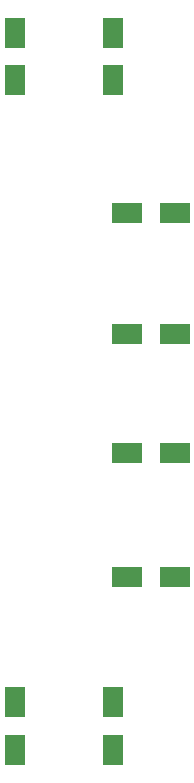
<source format=gbr>
%TF.GenerationSoftware,KiCad,Pcbnew,(6.0.8)*%
%TF.CreationDate,2022-11-24T14:06:27+01:00*%
%TF.ProjectId,myDAQExpansionBoard,6d794441-5145-4787-9061-6e73696f6e42,rev?*%
%TF.SameCoordinates,Original*%
%TF.FileFunction,Paste,Bot*%
%TF.FilePolarity,Positive*%
%FSLAX46Y46*%
G04 Gerber Fmt 4.6, Leading zero omitted, Abs format (unit mm)*
G04 Created by KiCad (PCBNEW (6.0.8)) date 2022-11-24 14:06:27*
%MOMM*%
%LPD*%
G01*
G04 APERTURE LIST*
%ADD10R,2.500000X1.800000*%
%ADD11R,1.800000X2.500000*%
G04 APERTURE END LIST*
D10*
%TO.C,D6*%
X83250000Y-99250000D03*
X87250000Y-99250000D03*
%TD*%
%TO.C,D5*%
X83250000Y-88750000D03*
X87250000Y-88750000D03*
%TD*%
D11*
%TO.C,D10*%
X73750000Y-113900000D03*
X73750000Y-109900000D03*
%TD*%
%TO.C,D11*%
X82000000Y-53250000D03*
X82000000Y-57250000D03*
%TD*%
%TO.C,D9*%
X82000000Y-113900000D03*
X82000000Y-109900000D03*
%TD*%
D10*
%TO.C,D7*%
X83250000Y-78750000D03*
X87250000Y-78750000D03*
%TD*%
D11*
%TO.C,D12*%
X73750000Y-53250000D03*
X73750000Y-57250000D03*
%TD*%
D10*
%TO.C,D8*%
X83250000Y-68500000D03*
X87250000Y-68500000D03*
%TD*%
M02*

</source>
